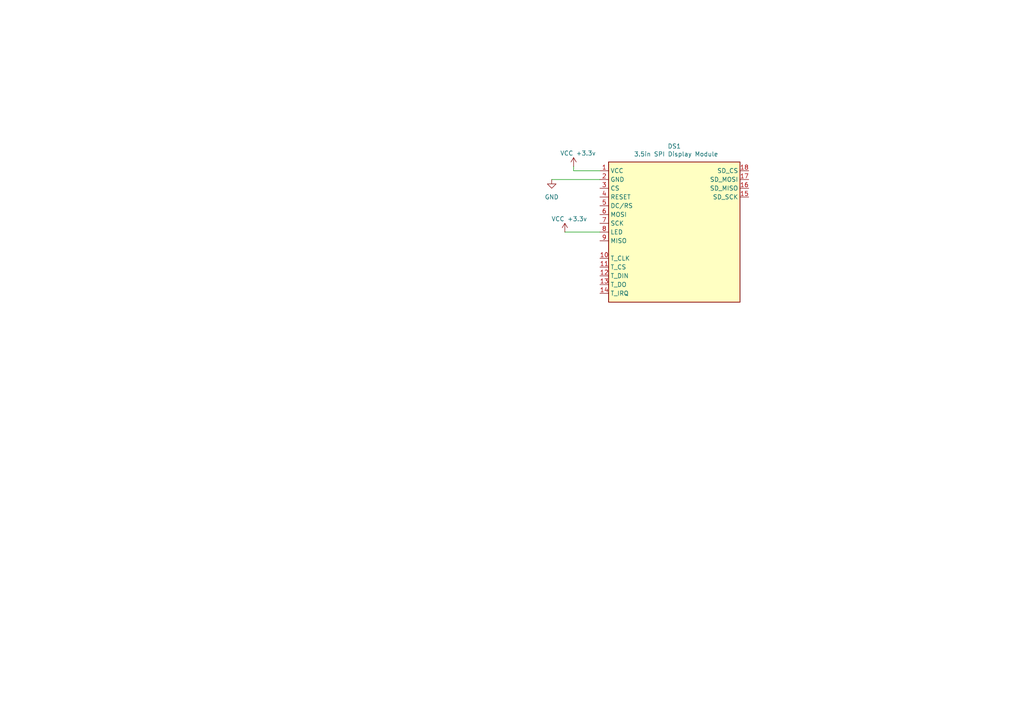
<source format=kicad_sch>
(kicad_sch (version 20250114) (generator "eeschema") (generator_version "9.0")
  (paper "A4")
  (lib_symbols
    (symbol "gameboy_lib:3.5in_SPI_Module_MSP3520"
      (property "Reference" "DS1" (at 0 1.27 0))
      (property "Value" "3.5in SPI Display Module" (at 0 -1.27 0))
      (symbol "3.5in_SPI_Module_MSP3520_1_1"
        (rectangle (start -17.78 -3.81) (end 20.32 -44.45) (stroke (width 0.254)) (fill (type background)))
        (pin input line (at -20.32 -6.35 0) (length 2.54) (name "VCC") (number "1"))
        (pin input line (at -20.32 -8.89 0) (length 2.54) (name "GND") (number "2"))
        (pin input line (at -20.32 -11.43 0) (length 2.54) (name "CS") (number "3"))
        (pin input line (at -20.32 -13.97 0) (length 2.54) (name "RESET") (number "4"))
        (pin input line (at -20.32 -16.51 0) (length 2.54) (name "DC/RS") (number "5"))
        (pin input line (at -20.32 -19.05 0) (length 2.54) (name "MOSI") (number "6"))
        (pin input line (at -20.32 -21.59 0) (length 2.54) (name "SCK") (number "7"))
        (pin input line (at -20.32 -24.13 0) (length 2.54) (name "LED") (number "8"))
        (pin input line (at -20.32 -26.67 0) (length 2.54) (name "MISO") (number "9"))
        (pin input line (at -20.32 -31.75 0) (length 2.54) (name "T_CLK") (number "10"))
        (pin input line (at -20.32 -34.29 0) (length 2.54) (name "T_CS") (number "11"))
        (pin input line (at -20.32 -36.83 0) (length 2.54) (name "T_DIN") (number "12"))
        (pin input line (at -20.32 -39.37 0) (length 2.54) (name "T_DO") (number "13"))
        (pin input line (at -20.32 -41.91 0) (length 2.54) (name "T_IRQ") (number "14"))
        (pin input line (at 22.86 -6.35 180) (length 2.54) (name "SD_CS") (number "18"))
        (pin input line (at 22.86 -8.89 180) (length 2.54) (name "SD_MOSI") (number "17"))
        (pin input line (at 22.86 -11.43 180) (length 2.54) (name "SD_MISO") (number "16"))
        (pin input line (at 22.86 -13.97 180) (length 2.54) (name "SD_SCK") (number "15"))
      )
    )
    (symbol "power:GND" (power) (pin_numbers (hide yes)) (pin_names (offset 0) (hide yes))
      (property "Value" "GND" (at 0 -3.81 0))
      (symbol "GND_0_1"
        (polyline (pts (xy 0 0) (xy 0 -1.27) (xy 1.27 -1.27) (xy 0 -2.54) (xy -1.27 -1.27) (xy 0 -1.27)))
      )
      (symbol "GND_1_1"
        (pin power_in line (at 0 0 270) (length 0) (name "~") (number "1"))
      )
    )
    (symbol "power:VCC" (power) (pin_numbers (hide yes)) (pin_names (offset 0) (hide yes))
      (property "Value" "VCC" (at 0 3.556 0))
      (symbol "VCC_0_1"
        (polyline (pts (xy -0.762 1.27) (xy 0 2.54)))
        (polyline (pts (xy 0 2.54) (xy 0.762 1.27)))
        (polyline (pts (xy 0 0) (xy 0 2.54)))
      )
      (symbol "VCC_1_1"
        (pin power_in line (at 0 0 90) (length 0) (name "~") (number "1"))
      )
    )
  )
  (wire (pts (xy 163.83 67.31) (xy 173.99 67.31)))
  (wire (pts (xy 166.37 49.53) (xy 166.37 48.26)))
  (wire (pts (xy 160.02 52.07) (xy 173.99 52.07)))
  (wire (pts (xy 166.37 49.53) (xy 173.99 49.53)))
  (symbol (lib_id "gameboy_lib:3.5in_SPI_Module_MSP3520") (at 194.31 43.18 0) (unit 1)
    (property "Reference" "DS1" (at 195.58 42.418 0))
    (property "Value" "3.5in SPI Display Module" (at 196.088 44.704 0))
  )
  (symbol (lib_id "power:VCC") (at 163.83 67.31 0) (unit 1)
    (property "Reference" "#PWR011" (effects (hide yes)))
    (property "Value" "VCC +3.3v" (at 165.1 63.5 0))
    (property "Description" "Power symbol creates a global label with name \"VCC\"" (effects (hide yes)))
  )
  (symbol (lib_id "power:VCC") (at 166.37 48.26 0) (unit 1)
    (property "Reference" "#PWR03" (effects (hide yes)))
    (property "Value" "VCC +3.3v" (at 167.64 44.45 0))
    (property "Description" "Power symbol creates a global label with name \"VCC\"" (effects (hide yes)))
  )
  (symbol (lib_id "power:GND") (at 160.02 52.07 0) (unit 1)
    (property "Reference" "#PWR05" (effects (hide yes)))
    (property "Value" "GND" (at 160.02 57.15 0))
    (property "Description" "Power symbol creates a global label with name \"GND\" , ground" (effects (hide yes)))
  )
)
</source>
